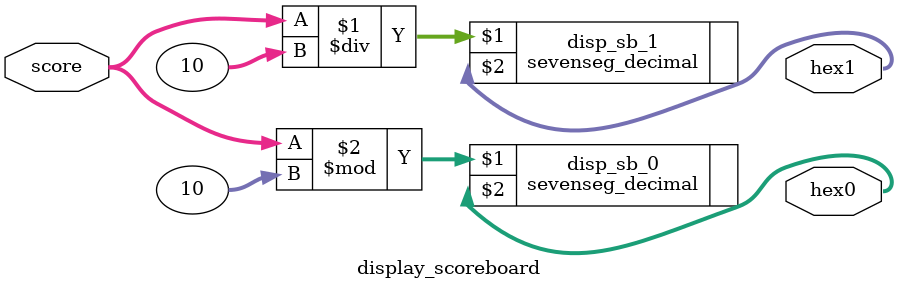
<source format=v>
module display_welcome(flash_clock, resetn, led);
	input        flash_clock, resetn;
	output [9:0] led;
	reg    [3:0] counter;

	assign led = 1 << (9 - counter);

	always @(posedge flash_clock or negedge resetn)
		if (!resetn)
			counter <= 0;
		else
			counter <= counter >= 9 ? 0 : counter + 1;
endmodule

module display_goal(goal, hex1, hex0);
	input  [6:0] goal;
	output [6:0] hex1, hex0;

	sevenseg_decimal disp_g_1(goal / 10, hex1);
	sevenseg_decimal disp_g_0(goal % 10, hex0);
endmodule

module display_difficulty(difficulty, hex1, hex0);
	input  [3:0] difficulty;
	output [6:0] hex1, hex0;

	sevenseg_decimal disp_d_1(difficulty / 10, hex1);
	sevenseg_decimal disp_d_0(difficulty % 10, hex0);
endmodule

module display_prepare(downcount, hex3, hex2);
	input  [2:0] downcount;
	output [6:0] hex3, hex2;

	sevenseg_decimal disp_p_3(0, hex3);
	sevenseg_decimal disp_p_2(downcount, hex2);
endmodule

module display_score(score, hex5, hex4);
	input  [6:0] score;
	output [6:0] hex5, hex4;

	sevenseg_decimal disp_s_5(score / 10, hex5);
	sevenseg_decimal disp_s_4(score % 10, hex4);
endmodule

module display_number(number, hex3, hex2, hex1, hex0);
	input  [9:0] number;
	output [6:0] hex3, hex2, hex1, hex0;

	sevenseg_decimal disp_n_3(number / 1000, hex3);
	sevenseg_decimal disp_n_2(number % 1000 / 100, hex2);
	sevenseg_decimal disp_n_1(number % 100 / 10, hex1);
	sevenseg_decimal disp_n_0(number % 10, hex0);
endmodule

module display_progress(progress, led);
	input  [4:0] progress;
	output [9:0] led;

	assign led = ~((1 << (10 - progress)) - 1);
endmodule

module display_success(flash_clock, resetn, led);
	input            flash_clock, resetn;
	output reg [9:0] led;

	always @(posedge flash_clock or negedge resetn)
		if (!resetn)
			led <= 10'b1010101010;
		else
			led <= ~led;
endmodule

module display_scoreboard(score, hex1, hex0);
	input  [6:0] score;
	output [6:0] hex1, hex0;

	sevenseg_decimal disp_sb_1(score / 10, hex1);
	sevenseg_decimal disp_sb_0(score % 10, hex0);
endmodule

</source>
